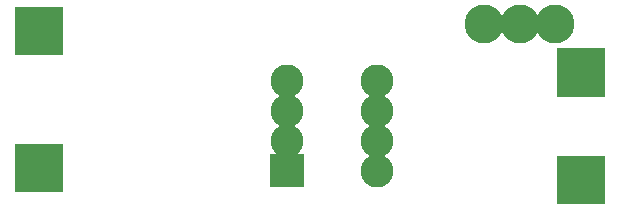
<source format=gbr>
%FSLAX34Y34*%
%MOMM*%
%LNSOLDERMASK_BOTTOM*%
G71*
G01*
%ADD10C, 3.30*%
%ADD11C, 2.80*%
%LPD*%
G36*
X52500Y960500D02*
X93500Y960500D01*
X93500Y919500D01*
X52500Y919500D01*
X52500Y960500D01*
G37*
G36*
X52500Y844500D02*
X93500Y844500D01*
X93500Y803500D01*
X52500Y803500D01*
X52500Y844500D01*
G37*
G36*
X511500Y834500D02*
X552500Y834500D01*
X552500Y793500D01*
X511500Y793500D01*
X511500Y834500D01*
G37*
G36*
X511500Y925500D02*
X552500Y925500D01*
X552500Y884500D01*
X511500Y884500D01*
X511500Y925500D01*
G37*
X450000Y946000D02*
G54D10*
D03*
X480000Y946000D02*
G54D10*
D03*
X510000Y946000D02*
G54D10*
D03*
X283000Y898000D02*
G54D11*
D03*
X283000Y872600D02*
G54D11*
D03*
X283000Y847200D02*
G54D11*
D03*
G36*
X269000Y835800D02*
X297000Y835800D01*
X297000Y807800D01*
X269000Y807800D01*
X269000Y835800D01*
G37*
X359200Y821800D02*
G54D11*
D03*
X359200Y847200D02*
G54D11*
D03*
X359200Y872600D02*
G54D11*
D03*
X359200Y898000D02*
G54D11*
D03*
M02*

</source>
